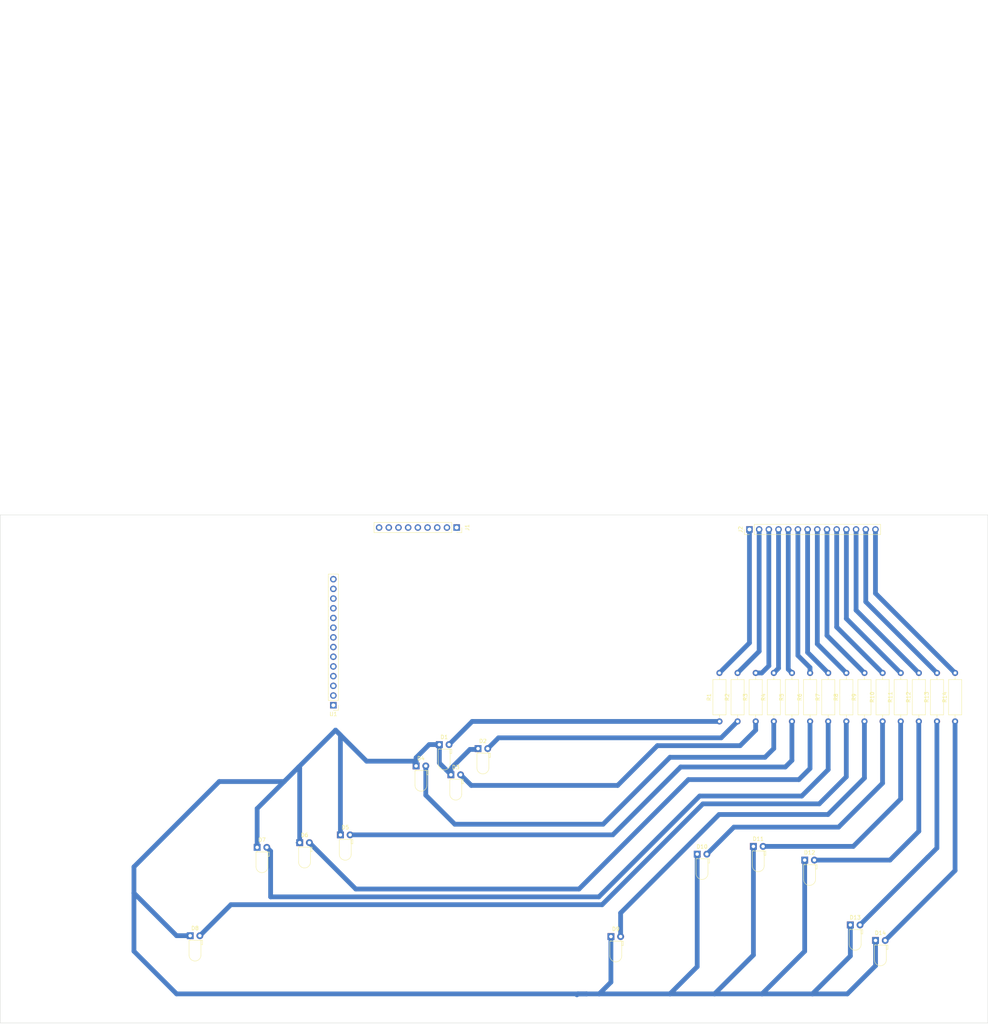
<source format=kicad_pcb>
(kicad_pcb (version 20221018) (generator pcbnew)
  (layers (0 "F.Cu" signal) (31 "B.Cu" signal) (34 "B.Paste" user) (35 "F.Paste" user) (36 "B.SilkS" user "B.Silkscreen") (37 "F.SilkS" user "F.Silkscreen") (38 "B.Mask" user) (39 "F.Mask" user) (44 "Edge.Cuts" user))
  (net 0 "")
  (net 1 "GND")
  (net 2 "Net-(D1-A)")
  (net 3 "Net-(D2-A)")
  (net 4 "Net-(D3-A)")
  (net 5 "Net-(D4-A)")
  (net 6 "Net-(D5-A)")
  (net 7 "Net-(D6-A)")
  (net 8 "Net-(D7-A)")
  (net 9 "Net-(D8-A)")
  (net 10 "Net-(D9-A)")
  (net 11 "Net-(D10-A)")
  (net 12 "Net-(D11-A)")
  (net 13 "Net-(D12-A)")
  (net 14 "Net-(D13-A)")
  (net 15 "Net-(D14-A)")
  (net 16 "Net-(J1-Pin_3)")
  (net 17 "Net-(J1-Pin_4)")
  (net 18 "Net-(J1-Pin_5)")
  (net 19 "Net-(J1-Pin_6)")
  (net 20 "Net-(J1-Pin_7)")
  (net 21 "Net-(J1-Pin_8)")
  (net 22 "Net-(J2-Pin_1)")
  (net 23 "Net-(J2-Pin_2)")
  (net 24 "Net-(J2-Pin_3)")
  (net 25 "Net-(J2-Pin_4)")
  (net 26 "Net-(J2-Pin_5)")
  (net 27 "Net-(J2-Pin_6)")
  (net 28 "Net-(J2-Pin_7)")
  (net 29 "Net-(J2-Pin_8)")
  (net 30 "Net-(J2-Pin_9)")
  (net 31 "Net-(J2-Pin_10)")
  (net 32 "Net-(J2-Pin_11)")
  (net 33 "Net-(J2-Pin_12)")
  (net 34 "Net-(J2-Pin_13)")
  (net 35 "Net-(J2-Pin_14)")
  (net 36 "Net-(J1-Pin_1)")
  (net 38 "Net-(J1-Pin_9)")
  (footprint "Resistor_THT:R_Axial_DIN0309_L9.0mm_D3.2mm_P12.70mm_Horizontal" (layer "F.Cu") (at 236.54 93.47 90)
    (fp_text reference "R7" (at 6.35 -2.72 90) (layer "F.SilkS"))
    (fp_text value "R_US")
    (pad "1" thru_hole circle (at 0 0 90) (size 1.6 1.6) (drill 0.8) (layers "*.Cu" "*.Mask") (net 8 "Net-(D7-A)"))
    (pad "2" thru_hole oval (at 12.7 0 90) (size 1.6 1.6) (drill 0.8) (layers "*.Cu" "*.Mask") (net 28 "Net-(J2-Pin_7)"))
  )
  (footprint "Resistor_THT:R_Axial_DIN0309_L9.0mm_D3.2mm_P12.70mm_Horizontal" (layer "F.Cu") (at 265.04 93.47 90)
    (fp_text reference "R13" (at 6.35 -2.72 90) (layer "F.SilkS"))
    (fp_text value "R_US")
    (pad "1" thru_hole circle (at 0 0 90) (size 1.6 1.6) (drill 0.8) (layers "*.Cu" "*.Mask") (net 14 "Net-(D13-A)"))
    (pad "2" thru_hole oval (at 12.7 0 90) (size 1.6 1.6) (drill 0.8) (layers "*.Cu" "*.Mask") (net 34 "Net-(J2-Pin_13)"))
  )
  (footprint "Resistor_THT:R_Axial_DIN0309_L9.0mm_D3.2mm_P12.70mm_Horizontal" (layer "F.Cu") (at 222.29 93.47 90)
    (fp_text reference "R4" (at 6.35 -2.72 90) (layer "F.SilkS"))
    (fp_text value "R_US")
    (pad "1" thru_hole circle (at 0 0 90) (size 1.6 1.6) (drill 0.8) (layers "*.Cu" "*.Mask") (net 5 "Net-(D4-A)"))
    (pad "2" thru_hole oval (at 12.7 0 90) (size 1.6 1.6) (drill 0.8) (layers "*.Cu" "*.Mask") (net 25 "Net-(J2-Pin_4)"))
  )
  (footprint "LED_THT:LED_D3.0mm_Horizontal_O1.27mm_Z2.0mm" (layer "F.Cu") (at 144.78 100.584)
    (fp_text reference "D2" (at 1.27 -1.96) (layer "F.SilkS"))
    (fp_text value "LED")
    (pad "1" thru_hole rect (at 0 0) (size 1.8 1.8) (drill 0.9) (layers "*.Cu" "*.Mask") (net 1 "GND"))
    (pad "2" thru_hole circle (at 2.54 0) (size 1.8 1.8) (drill 0.9) (layers "*.Cu" "*.Mask") (net 3 "Net-(D2-A)"))
  )
  (footprint "LED_THT:LED_D3.0mm_Horizontal_O1.27mm_Z2.0mm" (layer "F.Cu") (at 248.94 150.845)
    (fp_text reference "D14" (at 1.27 -1.96) (layer "F.SilkS"))
    (fp_text value "LED")
    (pad "1" thru_hole rect (at 0 0) (size 1.8 1.8) (drill 0.9) (layers "*.Cu" "*.Mask") (net 1 "GND"))
    (pad "2" thru_hole circle (at 2.54 0) (size 1.8 1.8) (drill 0.9) (layers "*.Cu" "*.Mask") (net 15 "Net-(D14-A)"))
  )
  (footprint "LED_THT:LED_D3.0mm_Horizontal_O1.27mm_Z2.0mm" (layer "F.Cu") (at 137.668 107.442)
    (fp_text reference "D3" (at 1.27 -1.96) (layer "F.SilkS"))
    (fp_text value "LED")
    (pad "1" thru_hole rect (at 0 0) (size 1.8 1.8) (drill 0.9) (layers "*.Cu" "*.Mask") (net 1 "GND"))
    (pad "2" thru_hole circle (at 2.54 0) (size 1.8 1.8) (drill 0.9) (layers "*.Cu" "*.Mask") (net 4 "Net-(D3-A)"))
  )
  (footprint "Resistor_THT:R_Axial_DIN0309_L9.0mm_D3.2mm_P12.70mm_Horizontal" (layer "F.Cu") (at 269.79 93.47 90)
    (fp_text reference "R14" (at 6.35 -2.72 90) (layer "F.SilkS"))
    (fp_text value "R_US")
    (pad "1" thru_hole circle (at 0 0 90) (size 1.6 1.6) (drill 0.8) (layers "*.Cu" "*.Mask") (net 15 "Net-(D14-A)"))
    (pad "2" thru_hole oval (at 12.7 0 90) (size 1.6 1.6) (drill 0.8) (layers "*.Cu" "*.Mask") (net 35 "Net-(J2-Pin_14)"))
  )
  (footprint "LED_THT:LED_D3.0mm_Horizontal_O1.27mm_Z2.0mm" (layer "F.Cu") (at 86.888 126.461)
    (fp_text reference "D7" (at 1.27 -1.96) (layer "F.SilkS"))
    (fp_text value "LED")
    (pad "1" thru_hole rect (at 0 0) (size 1.8 1.8) (drill 0.9) (layers "*.Cu" "*.Mask") (net 1 "GND"))
    (pad "2" thru_hole circle (at 2.54 0) (size 1.8 1.8) (drill 0.9) (layers "*.Cu" "*.Mask") (net 8 "Net-(D7-A)"))
  )
  (footprint "LED_THT:LED_D3.0mm_Horizontal_O1.27mm_Z2.0mm" (layer "F.Cu") (at 108.712 123.19)
    (fp_text reference "D5" (at 1.27 -1.96) (layer "F.SilkS"))
    (fp_text value "LED")
    (pad "1" thru_hole rect (at 0 0) (size 1.8 1.8) (drill 0.9) (layers "*.Cu" "*.Mask") (net 1 "GND"))
    (pad "2" thru_hole circle (at 2.54 0) (size 1.8 1.8) (drill 0.9) (layers "*.Cu" "*.Mask") (net 6 "Net-(D5-A)"))
  )
  (footprint "LED_THT:LED_D3.0mm_Horizontal_O1.27mm_Z2.0mm" (layer "F.Cu") (at 242.336 146.781)
    (fp_text reference "D13" (at 1.27 -1.96) (layer "F.SilkS"))
    (fp_text value "LED")
    (pad "1" thru_hole rect (at 0 0) (size 1.8 1.8) (drill 0.9) (layers "*.Cu" "*.Mask") (net 1 "GND"))
    (pad "2" thru_hole circle (at 2.54 0) (size 1.8 1.8) (drill 0.9) (layers "*.Cu" "*.Mask") (net 14 "Net-(D13-A)"))
  )
  (footprint "Resistor_THT:R_Axial_DIN0309_L9.0mm_D3.2mm_P12.70mm_Horizontal" (layer "F.Cu") (at 246.04 93.47 90)
    (fp_text reference "R9" (at 6.35 -2.72 90) (layer "F.SilkS"))
    (fp_text value "R_US")
    (pad "1" thru_hole circle (at 0 0 90) (size 1.6 1.6) (drill 0.8) (layers "*.Cu" "*.Mask") (net 10 "Net-(D9-A)"))
    (pad "2" thru_hole oval (at 12.7 0 90) (size 1.6 1.6) (drill 0.8) (layers "*.Cu" "*.Mask") (net 30 "Net-(J2-Pin_9)"))
  )
  (footprint "Connector_PinSocket_2.54mm:PinSocket_1x09_P2.54mm_Vertical" (layer "F.Cu") (at 139.17 42.68 -90)
    (fp_text reference "J1" (at 0 -2.77 90) (layer "F.SilkS"))
    (fp_text value "Conn_01x09_Pin" hide)
    (pad "1" thru_hole rect (at 0 0 270) (size 1.7 1.7) (drill 1) (layers "*.Cu" "*.Mask") (net 36 "Net-(J1-Pin_1)"))
    (pad "2" thru_hole oval (at 0 2.54 270) (size 1.7 1.7) (drill 1) (layers "*.Cu" "*.Mask"))
    (pad "3" thru_hole oval (at 0 5.08 270) (size 1.7 1.7) (drill 1) (layers "*.Cu" "*.Mask") (net 16 "Net-(J1-Pin_3)"))
    (pad "4" thru_hole oval (at 0 7.62 270) (size 1.7 1.7) (drill 1) (layers "*.Cu" "*.Mask") (net 17 "Net-(J1-Pin_4)"))
    (pad "5" thru_hole oval (at 0 10.16 270) (size 1.7 1.7) (drill 1) (layers "*.Cu" "*.Mask") (net 18 "Net-(J1-Pin_5)"))
    (pad "6" thru_hole oval (at 0 12.7 270) (size 1.7 1.7) (drill 1) (layers "*.Cu" "*.Mask") (net 19 "Net-(J1-Pin_6)"))
    (pad "7" thru_hole oval (at 0 15.24 270) (size 1.7 1.7) (drill 1) (layers "*.Cu" "*.Mask") (net 20 "Net-(J1-Pin_7)"))
    (pad "8" thru_hole oval (at 0 17.78 270) (size 1.7 1.7) (drill 1) (layers "*.Cu" "*.Mask") (net 21 "Net-(J1-Pin_8)"))
    (pad "9" thru_hole oval (at 0 20.32 270) (size 1.7 1.7) (drill 1) (layers "*.Cu" "*.Mask") (net 38 "Net-(J1-Pin_9)"))
  )
  (footprint "Resistor_THT:R_Axial_DIN0309_L9.0mm_D3.2mm_P12.70mm_Horizontal" (layer "F.Cu") (at 241.29 93.47 90)
    (fp_text reference "R8" (at 6.35 -2.72 90) (layer "F.SilkS"))
    (fp_text value "R_US")
    (pad "1" thru_hole circle (at 0 0 90) (size 1.6 1.6) (drill 0.8) (layers "*.Cu" "*.Mask") (net 9 "Net-(D8-A)"))
    (pad "2" thru_hole oval (at 12.7 0 90) (size 1.6 1.6) (drill 0.8) (layers "*.Cu" "*.Mask") (net 29 "Net-(J2-Pin_8)"))
  )
  (footprint "Resistor_THT:R_Axial_DIN0309_L9.0mm_D3.2mm_P12.70mm_Horizontal" (layer "F.Cu") (at 255.54 93.47 90)
    (fp_text reference "R11" (at 6.35 -2.72 90) (layer "F.SilkS"))
    (fp_text value "R_US")
    (pad "1" thru_hole circle (at 0 0 90) (size 1.6 1.6) (drill 0.8) (layers "*.Cu" "*.Mask") (net 12 "Net-(D11-A)"))
    (pad "2" thru_hole oval (at 12.7 0 90) (size 1.6 1.6) (drill 0.8) (layers "*.Cu" "*.Mask") (net 32 "Net-(J2-Pin_11)"))
  )
  (footprint "LED_THT:LED_D3.0mm_Horizontal_O1.27mm_Z2.0mm" (layer "F.Cu") (at 202.204 128.239)
    (fp_text reference "D10" (at 1.27 -1.96) (layer "F.SilkS"))
    (fp_text value "LED")
    (pad "1" thru_hole rect (at 0 0) (size 1.8 1.8) (drill 0.9) (layers "*.Cu" "*.Mask") (net 1 "GND"))
    (pad "2" thru_hole circle (at 2.54 0) (size 1.8 1.8) (drill 0.9) (layers "*.Cu" "*.Mask") (net 11 "Net-(D10-A)"))
  )
  (footprint "LED_THT:LED_D3.0mm_Horizontal_O1.27mm_Z2.0mm" (layer "F.Cu") (at 230.378 129.794)
    (fp_text reference "D12" (at 1.27 -1.96) (layer "F.SilkS"))
    (fp_text value "LED")
    (pad "1" thru_hole rect (at 0 0) (size 1.8 1.8) (drill 0.9) (layers "*.Cu" "*.Mask") (net 1 "GND"))
    (pad "2" thru_hole circle (at 2.54 0) (size 1.8 1.8) (drill 0.9) (layers "*.Cu" "*.Mask") (net 13 "Net-(D12-A)"))
  )
  (footprint "LED_THT:LED_D3.0mm_Horizontal_O1.27mm_Z2.0mm" (layer "F.Cu") (at 69.342 149.606)
    (fp_text reference "D8" (at 1.27 -1.96) (layer "F.SilkS"))
    (fp_text value "LED")
    (pad "1" thru_hole rect (at 0 0) (size 1.8 1.8) (drill 0.9) (layers "*.Cu" "*.Mask") (net 1 "GND"))
    (pad "2" thru_hole circle (at 2.54 0) (size 1.8 1.8) (drill 0.9) (layers "*.Cu" "*.Mask") (net 9 "Net-(D8-A)"))
  )
  (footprint "LED_THT:LED_D3.0mm_Horizontal_O1.27mm_Z2.0mm" (layer "F.Cu") (at 134.64 99.537)
    (fp_text reference "D1" (at 1.27 -1.96) (layer "F.SilkS"))
    (fp_text value "LED")
    (pad "1" thru_hole rect (at 0 0) (size 1.8 1.8) (drill 0.9) (layers "*.Cu" "*.Mask") (net 1 "GND"))
    (pad "2" thru_hole circle (at 2.54 0) (size 1.8 1.8) (drill 0.9) (layers "*.Cu" "*.Mask") (net 2 "Net-(D1-A)"))
  )
  (footprint "LED_THT:LED_D3.0mm_Horizontal_O1.27mm_Z2.0mm" (layer "F.Cu") (at 216.936 126.207)
    (fp_text reference "D11" (at 1.27 -1.96) (layer "F.SilkS"))
    (fp_text value "LED")
    (pad "1" thru_hole rect (at 0 0) (size 1.8 1.8) (drill 0.9) (layers "*.Cu" "*.Mask") (net 1 "GND"))
    (pad "2" thru_hole circle (at 2.54 0) (size 1.8 1.8) (drill 0.9) (layers "*.Cu" "*.Mask") (net 12 "Net-(D11-A)"))
  )
  (footprint "Resistor_THT:R_Axial_DIN0309_L9.0mm_D3.2mm_P12.70mm_Horizontal" (layer "F.Cu") (at 250.79 93.47 90)
    (fp_text reference "R10" (at 6.35 -2.72 90) (layer "F.SilkS"))
    (fp_text value "R_US")
    (pad "1" thru_hole circle (at 0 0 90) (size 1.6 1.6) (drill 0.8) (layers "*.Cu" "*.Mask") (net 11 "Net-(D10-A)"))
    (pad "2" thru_hole oval (at 12.7 0 90) (size 1.6 1.6) (drill 0.8) (layers "*.Cu" "*.Mask") (net 31 "Net-(J2-Pin_10)"))
  )
  (footprint "Resistor_THT:R_Axial_DIN0309_L9.0mm_D3.2mm_P12.70mm_Horizontal" (layer "F.Cu") (at 208.04 93.47 90)
    (fp_text reference "R1" (at 6.35 -2.72 90) (layer "F.SilkS"))
    (fp_text value "R_US")
    (pad "1" thru_hole circle (at 0 0 90) (size 1.6 1.6) (drill 0.8) (layers "*.Cu" "*.Mask") (net 2 "Net-(D1-A)"))
    (pad "2" thru_hole oval (at 12.7 0 90) (size 1.6 1.6) (drill 0.8) (layers "*.Cu" "*.Mask") (net 22 "Net-(J2-Pin_1)"))
  )
  (footprint "Resistor_THT:R_Axial_DIN0309_L9.0mm_D3.2mm_P12.70mm_Horizontal" (layer "F.Cu") (at 227.04 93.47 90)
    (fp_text reference "R5" (at 6.35 -2.72 90) (layer "F.SilkS"))
    (fp_text value "R_US")
    (pad "1" thru_hole circle (at 0 0 90) (size 1.6 1.6) (drill 0.8) (layers "*.Cu" "*.Mask") (net 6 "Net-(D5-A)"))
    (pad "2" thru_hole oval (at 12.7 0 90) (size 1.6 1.6) (drill 0.8) (layers "*.Cu" "*.Mask") (net 26 "Net-(J2-Pin_5)"))
  )
  (footprint "Resistor_THT:R_Axial_DIN0309_L9.0mm_D3.2mm_P12.70mm_Horizontal" (layer "F.Cu") (at 231.79 93.47 90)
    (fp_text reference "R6" (at 6.35 -2.72 90) (layer "F.SilkS"))
    (fp_text value "R_US")
    (pad "1" thru_hole circle (at 0 0 90) (size 1.6 1.6) (drill 0.8) (layers "*.Cu" "*.Mask") (net 7 "Net-(D6-A)"))
    (pad "2" thru_hole oval (at 12.7 0 90) (size 1.6 1.6) (drill 0.8) (layers "*.Cu" "*.Mask") (net 27 "Net-(J2-Pin_6)"))
  )
  (footprint "LED_THT:LED_D3.0mm_Horizontal_O1.27mm_Z2.0mm" (layer "F.Cu") (at 98.044 125.222)
    (fp_text reference "D6" (at 1.27 -1.96) (layer "F.SilkS"))
    (fp_text value "LED")
    (pad "1" thru_hole rect (at 0 0) (size 1.8 1.8) (drill 0.9) (layers "*.Cu" "*.Mask") (net 1 "GND"))
    (pad "2" thru_hole circle (at 2.54 0) (size 1.8 1.8) (drill 0.9) (layers "*.Cu" "*.Mask") (net 7 "Net-(D6-A)"))
  )
  (footprint "LED_THT:LED_D3.0mm_Horizontal_O1.27mm_Z2.0mm" (layer "F.Cu") (at 128.544 105.125)
    (fp_text reference "D4" (at 1.27 -1.96) (layer "F.SilkS"))
    (fp_text value "LED")
    (pad "1" thru_hole rect (at 0 0) (size 1.8 1.8) (drill 0.9) (layers "*.Cu" "*.Mask") (net 1 "GND"))
    (pad "2" thru_hole circle (at 2.54 0) (size 1.8 1.8) (drill 0.9) (layers "*.Cu" "*.Mask") (net 5 "Net-(D4-A)"))
  )
  (footprint "Connector_PinHeader_2.54mm:PinHeader_1x14_P2.54mm_Vertical" (layer "F.Cu") (at 215.9 43.18 90)
    (fp_text reference "J2" (at 0 -2.33 90) (layer "F.SilkS"))
    (fp_text value "Conn_01x14_Pin" hide)
    (pad "1" thru_hole rect (at 0 0 90) (size 1.7 1.7) (drill 1) (layers "*.Cu" "*.Mask") (net 22 "Net-(J2-Pin_1)"))
    (pad "2" thru_hole oval (at 0 2.54 90) (size 1.7 1.7) (drill 1) (layers "*.Cu" "*.Mask") (net 23 "Net-(J2-Pin_2)"))
    (pad "3" thru_hole oval (at 0 5.08 90) (size 1.7 1.7) (drill 1) (layers "*.Cu" "*.Mask") (net 24 "Net-(J2-Pin_3)"))
    (pad "4" thru_hole oval (at 0 7.62 90) (size 1.7 1.7) (drill 1) (layers "*.Cu" "*.Mask") (net 25 "Net-(J2-Pin_4)"))
    (pad "5" thru_hole oval (at 0 10.16 90) (size 1.7 1.7) (drill 1) (layers "*.Cu" "*.Mask") (net 26 "Net-(J2-Pin_5)"))
    (pad "6" thru_hole oval (at 0 12.7 90) (size 1.7 1.7) (drill 1) (layers "*.Cu" "*.Mask") (net 27 "Net-(J2-Pin_6)"))
    (pad "7" thru_hole oval (at 0 15.24 90) (size 1.7 1.7) (drill 1) (layers "*.Cu" "*.Mask") (net 28 "Net-(J2-Pin_7)"))
    (pad "8" thru_hole oval (at 0 17.78 90) (size 1.7 1.7) (drill 1) (layers "*.Cu" "*.Mask") (net 29 "Net-(J2-Pin_8)"))
    (pad "9" thru_hole oval (at 0 20.32 90) (size 1.7 1.7) (drill 1) (layers "*.Cu" "*.Mask") (net 30 "Net-(J2-Pin_9)"))
    (pad "10" thru_hole oval (at 0 22.86 90) (size 1.7 1.7) (drill 1) (layers "*.Cu" "*.Mask") (net 31 "Net-(J2-Pin_10)"))
    (pad "11" thru_hole oval (at 0 25.4 90) (size 1.7 1.7) (drill 1) (layers "*.Cu" "*.Mask") (net 32 "Net-(J2-Pin_11)"))
    (pad "12" thru_hole oval (at 0 27.94 90) (size 1.7 1.7) (drill 1) (layers "*.Cu" "*.Mask") (net 33 "Net-(J2-Pin_12)"))
    (pad "13" thru_hole oval (at 0 30.48 90) (size 1.7 1.7) (drill 1) (layers "*.Cu" "*.Mask") (net 34 "Net-(J2-Pin_13)"))
    (pad "14" thru_hole oval (at 0 33.02 90) (size 1.7 1.7) (drill 1) (layers "*.Cu" "*.Mask") (net 35 "Net-(J2-Pin_14)"))
  )
  (footprint "LED_THT:LED_D3.0mm_Horizontal_O1.27mm_Z2.0mm" (layer "F.Cu") (at 179.598 149.829)
    (fp_text reference "D9" (at 1.27 -1.96) (layer "F.SilkS"))
    (fp_text value "LED")
    (pad "1" thru_hole rect (at 0 0) (size 1.8 1.8) (drill 0.9) (layers "*.Cu" "*.Mask") (net 1 "GND"))
    (pad "2" thru_hole circle (at 2.54 0) (size 1.8 1.8) (drill 0.9) (layers "*.Cu" "*.Mask") (net 10 "Net-(D9-A)"))
  )
  (footprint "Resistor_THT:R_Axial_DIN0309_L9.0mm_D3.2mm_P12.70mm_Horizontal" (layer "F.Cu") (at 212.79 93.47 90)
    (fp_text reference "R2" (at 6.35 -2.72 90) (layer "F.SilkS"))
    (fp_text value "R_US")
    (pad "1" thru_hole circle (at 0 0 90) (size 1.6 1.6) (drill 0.8) (layers "*.Cu" "*.Mask") (net 3 "Net-(D2-A)"))
    (pad "2" thru_hole oval (at 12.7 0 90) (size 1.6 1.6) (drill 0.8) (layers "*.Cu" "*.Mask") (net 23 "Net-(J2-Pin_2)"))
  )
  (footprint "Resistor_THT:R_Axial_DIN0309_L9.0mm_D3.2mm_P12.70mm_Horizontal" (layer "F.Cu") (at 217.54 93.47 90)
    (fp_text reference "R3" (at 6.35 -2.72 90) (layer "F.SilkS"))
    (fp_text value "R_US")
    (pad "1" thru_hole circle (at 0 0 90) (size 1.6 1.6) (drill 0.8) (layers "*.Cu" "*.Mask") (net 4 "Net-(D3-A)"))
    (pad "2" thru_hole oval (at 12.7 0 90) (size 1.6 1.6) (drill 0.8) (layers "*.Cu" "*.Mask") (net 24 "Net-(J2-Pin_3)"))
  )
  (footprint "Connector_PinHeader_2.54mm:PinHeader_1x14_P2.54mm_Vertical" (layer "F.Cu") (at 106.86 89.23 180)
    (fp_text reference "U1" (at 0 -2.33) (layer "F.SilkS"))
    (fp_text value "~")
    (pad "1" thru_hole rect (at 0 0 180) (size 1.7 1.7) (drill 1) (layers "*.Cu" "*.Mask") (net 36 "Net-(J1-Pin_1)"))
    (pad "2" thru_hole oval (at 0 2.54 180) (size 1.7 1.7) (drill 1) (layers "*.Cu" "*.Mask") (net 1 "GND"))
    (pad "3" thru_hole oval (at 0 5.08 180) (size 1.7 1.7) (drill 1) (layers "*.Cu" "*.Mask") (net 16 "Net-(J1-Pin_3)"))
    (pad "4" thru_hole oval (at 0 7.62 180) (size 1.7 1.7) (drill 1) (layers "*.Cu" "*.Mask") (net 17 "Net-(J1-Pin_4)"))
    (pad "5" thru_hole oval (at 0 10.16 180) (size 1.7 1.7) (drill 1) (layers "*.Cu" "*.Mask") (net 18 "Net-(J1-Pin_5)"))
    (pad "6" thru_hole oval (at 0 12.7 180) (size 1.7 1.7) (drill 1) (layers "*.Cu" "*.Mask") (net 19 "Net-(J1-Pin_6)"))
    (pad "7" thru_hole oval (at 0 15.24 180) (size 1.7 1.7) (drill 1) (layers "*.Cu" "*.Mask") (net 20 "Net-(J1-Pin_7)"))
    (pad "8" thru_hole oval (at 0 17.78 180) (size 1.7 1.7) (drill 1) (layers "*.Cu" "*.Mask") (net 21 "Net-(J1-Pin_8)"))
    (pad "9" thru_hole oval (at 0 20.32 180) (size 1.7 1.7) (drill 1) (layers "*.Cu" "*.Mask") (net 38 "Net-(J1-Pin_9)"))
    (pad "10" thru_hole oval (at 0 22.86 180) (size 1.7 1.7) (drill 1) (layers "*.Cu" "*.Mask"))
    (pad "11" thru_hole oval (at 0 25.4 180) (size 1.7 1.7) (drill 1) (layers "*.Cu" "*.Mask"))
    (pad "12" thru_hole oval (at 0 27.94 180) (size 1.7 1.7) (drill 1) (layers "*.Cu" "*.Mask"))
    (pad "13" thru_hole oval (at 0 30.48 180) (size 1.7 1.7) (drill 1) (layers "*.Cu" "*.Mask"))
    (pad "14" thru_hole oval (at 0 33.02 180) (size 1.7 1.7) (drill 1) (layers "*.Cu" "*.Mask"))
  )
  (footprint "Resistor_THT:R_Axial_DIN0309_L9.0mm_D3.2mm_P12.70mm_Horizontal" (layer "F.Cu") (at 260.29 93.47 90)
    (fp_text reference "R12" (at 6.35 -2.72 90) (layer "F.SilkS"))
    (fp_text value "R_US")
    (pad "1" thru_hole circle (at 0 0 90) (size 1.6 1.6) (drill 0.8) (layers "*.Cu" "*.Mask") (net 13 "Net-(D12-A)"))
    (pad "2" thru_hole oval (at 12.7 0 90) (size 1.6 1.6) (drill 0.8) (layers "*.Cu" "*.Mask") (net 33 "Net-(J2-Pin_12)"))
  )
  (gr_rect (start 19.558 39.37) (end 278.384 172.466) (stroke (width 0.1)) (fill none) (layer "Edge.Cuts"))
  (segment (start 128.544 105.125) (end 128.544 103.886) (width 1.25) (layer "B.Cu") (net 1))
  (segment (start 202.204 128.239) (end 202.204 157.714) (width 1.25) (layer "B.Cu") (net 1))
  (segment (start 108.712 97.028) (end 107.442 95.758) (width 1.25) (layer "B.Cu") (net 1))
  (segment (start 230.378 153.67) (end 219.202 164.846) (width 1.25) (layer "B.Cu") (net 1))
  (segment (start 202.204 157.714) (end 195.072 164.846) (width 1.25) (layer "B.Cu") (net 1))
  (segment (start 219.202 164.846) (end 206.756 164.846) (width 1.25) (layer "B.Cu") (net 1))
  (segment (start 76.962 109.22) (end 93.98 109.22) (width 1.25) (layer "B.Cu") (net 1))
  (segment (start 86.888 126.461) (end 86.888 116.312) (width 1.25) (layer "B.Cu") (net 1))
  (segment (start 206.756 164.846) (end 195.072 164.846) (width 1.25) (layer "B.Cu") (net 1))
  (segment (start 97.093 125.236) (end 97.556 125.699) (width 0.25) (layer "B.Cu") (net 1))
  (segment (start 115.57 103.886) (end 107.442 95.758) (width 1.25) (layer "B.Cu") (net 1))
  (segment (start 216.936 126.207) (end 216.936 154.666) (width 1.25) (layer "B.Cu") (net 1))
  (segment (start 242.336 154.92) (end 232.41 164.846) (width 1.25) (layer "B.Cu") (net 1))
  (segment (start 93.98 109.22) (end 97.79 105.41) (width 1.25) (layer "B.Cu") (net 1))
  (segment (start 142.65 100.807) (end 137.688 105.769) (width 1.25) (layer "B.Cu") (net 1))
  (segment (start 86.888 116.312) (end 93.98 109.22) (width 1.25) (layer "B.Cu") (net 1))
  (segment (start 144.8 100.807) (end 142.65 100.807) (width 1.25) (layer "B.Cu") (net 1))
  (segment (start 69.342 149.606) (end 65.786 149.606) (width 1.25) (layer "B.Cu") (net 1))
  (segment (start 179.598 149.829) (end 179.598 161.778) (width 1.25) (layer "B.Cu") (net 1))
  (segment (start 54.61 131.572) (end 76.962 109.22) (width 1.25) (layer "B.Cu") (net 1))
  (segment (start 170.942 164.846) (end 170.688 165.1) (width 1.25) (layer "B.Cu") (net 1))
  (segment (start 137.688 107.411) (end 134.64 104.363) (width 1.25) (layer "B.Cu") (net 1))
  (segment (start 232.41 164.846) (end 219.202 164.846) (width 1.25) (layer "B.Cu") (net 1))
  (segment (start 108.712 123.19) (end 108.712 97.028) (width 1.25) (layer "B.Cu") (net 1))
  (segment (start 134.64 104.363) (end 134.64 99.537) (width 1.25) (layer "B.Cu") (net 1))
  (segment (start 131.982 99.537) (end 134.64 99.537) (width 1.25) (layer "B.Cu") (net 1))
  (segment (start 98.044 125.222) (end 98.044 105.664) (width 1.25) (layer "B.Cu") (net 1))
  (segment (start 173.228 164.846) (end 170.942 164.846) (width 1.25) (layer "B.Cu") (net 1))
  (segment (start 65.786 164.846) (end 54.61 153.67) (width 1.25) (layer "B.Cu") (net 1))
  (segment (start 248.94 150.845) (end 248.94 157.46) (width 1.25) (layer "B.Cu") (net 1))
  (segment (start 97.79 105.41) (end 107.442 95.758) (width 1.25) (layer "B.Cu") (net 1))
  (segment (start 195.072 164.846) (end 176.53 164.846) (width 1.25) (layer "B.Cu") (net 1))
  (segment (start 230.378 129.794) (end 230.378 153.67) (width 1.25) (layer "B.Cu") (net 1))
  (segment (start 128.544 103.886) (end 115.57 103.886) (width 1.25) (layer "B.Cu") (net 1))
  (segment (start 216.936 154.666) (end 206.756 164.846) (width 1.25) (layer "B.Cu") (net 1))
  (segment (start 54.61 153.67) (end 54.61 138.43) (width 1.25) (layer "B.Cu") (net 1))
  (segment (start 128.544 103.886) (end 128.544 102.975) (width 1.25) (layer "B.Cu") (net 1))
  (segment (start 241.554 164.846) (end 232.41 164.846) (width 1.25) (layer "B.Cu") (net 1))
  (segment (start 98.044 105.664) (end 97.79 105.41) (width 1.25) (layer "B.Cu") (net 1))
  (segment (start 173.228 164.846) (end 65.786 164.846) (width 1.25) (layer "B.Cu") (net 1))
  (segment (start 248.94 157.46) (end 241.554 164.846) (width 1.25) (layer "B.Cu") (net 1))
  (segment (start 179.598 161.778) (end 176.53 164.846) (width 1.25) (layer "B.Cu") (net 1))
  (segment (start 137.688 105.769) (end 137.688 107.411) (width 1.25) (layer "B.Cu") (net 1))
  (segment (start 242.336 146.781) (end 242.336 154.92) (width 1.25) (layer "B.Cu") (net 1))
  (segment (start 65.786 149.606) (end 54.61 138.43) (width 1.25) (layer "B.Cu") (net 1))
  (segment (start 176.53 164.846) (end 173.228 164.846) (width 1.25) (layer "B.Cu") (net 1))
  (segment (start 128.544 102.975) (end 131.982 99.537) (width 1.25) (layer "B.Cu") (net 1))
  (segment (start 54.61 138.43) (end 54.61 131.572) (width 1.25) (layer "B.Cu") (net 1))
  (segment (start 143.245 93.472) (end 208.026 93.472) (width 1.25) (layer "B.Cu") (net 2))
  (segment (start 137.18 99.537) (end 143.245 93.472) (width 1.25) (layer "B.Cu") (net 2))
  (segment (start 150.132 97.772) (end 208.476 97.772) (width 1.25) (layer "B.Cu") (net 3))
  (segment (start 147.32 100.584) (end 150.132 97.772) (width 1.25) (layer "B.Cu") (net 3))
  (segment (start 208.476 97.772) (end 212.776 93.472) (width 1.25) (layer "B.Cu") (net 3))
  (segment (start 140.208 107.442) (end 143.002 110.236) (width 1.25) (layer "B.Cu") (net 4))
  (segment (start 191.77 99.822) (end 213.462 99.822) (width 1.25) (layer "B.Cu") (net 4))
  (segment (start 181.356 110.236) (end 191.77 99.822) (width 1.25) (layer "B.Cu") (net 4))
  (segment (start 143.002 110.236) (end 181.356 110.236) (width 1.25) (layer "B.Cu") (net 4))
  (segment (start 217.526 95.758) (end 217.526 93.472) (width 1.25) (layer "B.Cu") (net 4))
  (segment (start 213.462 99.822) (end 217.526 95.758) (width 1.25) (layer "B.Cu") (net 4))
  (segment (start 131.084 112.796) (end 138.684 120.396) (width 1.25) (layer "B.Cu") (net 5))
  (segment (start 195.072 102.87) (end 219.964 102.87) (width 1.25) (layer "B.Cu") (net 5))
  (segment (start 138.684 120.396) (end 177.546 120.396) (width 1.25) (layer "B.Cu") (net 5))
  (segment (start 222.276 100.558) (end 222.276 93.472) (width 1.25) (layer "B.Cu") (net 5))
  (segment (start 177.546 120.396) (end 195.072 102.87) (width 1.25) (layer "B.Cu") (net 5))
  (segment (start 131.084 105.125) (end 131.084 112.796) (width 1.25) (layer "B.Cu") (net 5))
  (segment (start 219.964 102.87) (end 222.276 100.558) (width 1.25) (layer "B.Cu") (net 5))
  (segment (start 197.866 105.41) (end 225.298 105.41) (width 1.25) (layer "B.Cu") (net 6))
  (segment (start 111.252 123.19) (end 180.086 123.19) (width 1.25) (layer "B.Cu") (net 6))
  (segment (start 225.298 105.41) (end 227.026 103.682) (width 1.25) (layer "B.Cu") (net 6))
  (segment (start 180.086 123.19) (end 197.866 105.41) (width 1.25) (layer "B.Cu") (net 6))
  (segment (start 227.026 103.682) (end 227.026 93.472) (width 1.25) (layer "B.Cu") (net 6))
  (segment (start 199.898 108.712) (end 228.854 108.712) (width 1.25) (layer "B.Cu") (net 7))
  (segment (start 100.584 125.222) (end 112.74 137.378) (width 1.25) (layer "B.Cu") (net 7))
  (segment (start 231.776 105.79) (end 231.776 93.472) (width 1.25) (layer "B.Cu") (net 7))
  (segment (start 228.854 108.712) (end 231.776 105.79) (width 1.25) (layer "B.Cu") (net 7))
  (segment (start 171.232 137.378) (end 199.898 108.712) (width 1.25) (layer "B.Cu") (net 7))
  (segment (start 112.74 137.378) (end 171.232 137.378) (width 1.25) (layer "B.Cu") (net 7))
  (segment (start 229.616 113.012) (end 236.526 106.102) (width 1.25) (layer "B.Cu") (net 8))
  (segment (start 90.424 139.428) (end 176.442862 139.428) (width 1.25) (layer "B.Cu") (net 8))
  (segment (start 236.526 106.102) (end 236.526 93.472) (width 1.25) (layer "B.Cu") (net 8))
  (segment (start 89.428 126.461) (end 90.424 127.457) (width 1.25) (layer "B.Cu") (net 8))
  (segment (start 176.442862 139.428) (end 202.858862 113.012) (width 1.25) (layer "B.Cu") (net 8))
  (segment (start 202.858862 113.012) (end 229.616 113.012) (width 1.25) (layer "B.Cu") (net 8))
  (segment (start 90.424 127.457) (end 90.424 139.428) (width 1.25) (layer "B.Cu") (net 8))
  (segment (start 71.882 149.606) (end 80.01 141.478) (width 1.25) (layer "B.Cu") (net 9))
  (segment (start 80.01 141.478) (end 177.292 141.478) (width 1.25) (layer "B.Cu") (net 9))
  (segment (start 234.188 115.062) (end 241.276 107.974) (width 1.25) (layer "B.Cu") (net 9))
  (segment (start 203.708 115.062) (end 234.188 115.062) (width 1.25) (layer "B.Cu") (net 9))
  (segment (start 241.276 107.974) (end 241.276 93.472) (width 1.25) (layer "B.Cu") (net 9))
  (segment (start 177.292 141.478) (end 203.708 115.062) (width 1.25) (layer "B.Cu") (net 9))
  (segment (start 236.474 117.856) (end 246.026 108.304) (width 1.25) (layer "B.Cu") (net 10))
  (segment (start 207.937 117.856) (end 236.474 117.856) (width 1.25) (layer "B.Cu") (net 10))
  (segment (start 182.138 149.829) (end 182.138 143.655) (width 1.25) (layer "B.Cu") (net 10))
  (segment (start 246.026 108.304) (end 246.026 93.472) (width 1.25) (layer "B.Cu") (net 10))
  (segment (start 182.138 143.655) (end 207.937 117.856) (width 1.25) (layer "B.Cu") (net 10))
  (segment (start 211.825 121.158) (end 239.268 121.158) (width 1.25) (layer "B.Cu") (net 11))
  (segment (start 239.268 121.158) (end 250.776 109.65) (width 1.25) (layer "B.Cu") (net 11))
  (segment (start 204.744 128.239) (end 211.825 121.158) (width 1.25) (layer "B.Cu") (net 11))
  (segment (start 250.776 109.65) (end 250.776 93.472) (width 1.25) (layer "B.Cu") (net 11))
  (segment (start 219.476 126.207) (end 243.109 126.207) (width 1.25) (layer "B.Cu") (net 12))
  (segment (start 243.109 126.207) (end 255.526 113.79) (width 1.25) (layer "B.Cu") (net 12))
  (segment (start 255.526 113.79) (end 255.526 93.472) (width 1.25) (layer "B.Cu") (net 12))
  (segment (start 252.73 129.794) (end 260.276 122.248) (width 1.25) (layer "B.Cu") (net 13))
  (segment (start 260.276 122.248) (end 260.276 93.472) (width 1.25) (layer "B.Cu") (net 13))
  (segment (start 232.918 129.794) (end 252.73 129.794) (width 1.25) (layer "B.Cu") (net 13))
  (segment (start 262.636 129.032) (end 265.026 126.642) (width 1.25) (layer "B.Cu") (net 14))
  (segment (start 265.026 126.642) (end 265.026 93.472) (width 1.25) (layer "B.Cu") (net 14))
  (segment (start 262.625 129.032) (end 262.636 129.032) (width 1.25) (layer "B.Cu") (net 14))
  (segment (start 244.876 146.781) (end 262.625 129.032) (width 1.25) (layer "B.Cu") (net 14))
  (segment (start 251.48 150.845) (end 269.776 132.549) (width 1.25) (layer "B.Cu") (net 15))
  (segment (start 269.776 132.549) (end 269.776 93.472) (width 1.25) (layer "B.Cu") (net 15))
  (segment (start 215.9 72.898) (end 208.026 80.772) (width 1.25) (layer "B.Cu") (net 22))
  (segment (start 215.9 43.18) (end 215.9 72.898) (width 1.25) (layer "B.Cu") (net 22))
  (segment (start 218.44 75.108) (end 212.776 80.772) (width 1.25) (layer "B.Cu") (net 23))
  (segment (start 218.44 43.18) (end 218.44 75.108) (width 1.25) (layer "B.Cu") (net 23))
  (segment (start 220.98 78.921374) (end 219.129374 80.772) (width 1.25) (layer "B.Cu") (net 24))
  (segment (start 220.98 43.18) (end 220.98 78.921374) (width 1.25) (layer "B.Cu") (net 24))
  (segment (start 219.129374 80.772) (end 217.526 80.772) (width 1.25) (layer "B.Cu") (net 24))
  (segment (start 222.276 80.772) (end 223.52 79.528) (width 1.25) (layer "B.Cu") (net 25))
  (segment (start 223.52 79.528) (end 223.52 43.18) (width 1.25) (layer "B.Cu") (net 25))
  (segment (start 227.026 80.772) (end 226.06 79.806) (width 1.25) (layer "B.Cu") (net 26))
  (segment (start 226.06 79.806) (end 226.06 43.18) (width 1.25) (layer "B.Cu") (net 26))
  (segment (start 228.6 76.2) (end 228.6 43.18) (width 1.25) (layer "B.Cu") (net 27))
  (segment (start 231.776 80.772) (end 231.776 79.376) (width 1.25) (layer "B.Cu") (net 27))
  (segment (start 231.776 79.376) (end 228.6 76.2) (width 1.25) (layer "B.Cu") (net 27))
  (segment (start 231.14 75.386) (end 236.526 80.772) (width 1.25) (layer "B.Cu") (net 28))
  (segment (start 231.14 43.18) (end 231.14 75.386) (width 1.25) (layer "B.Cu") (net 28))
  (segment (start 233.68 43.18) (end 233.68 73.176) (width 1.25) (layer "B.Cu") (net 29))
  (segment (start 233.68 73.176) (end 241.276 80.772) (width 1.25) (layer "B.Cu") (net 29))
  (segment (start 236.22 70.966) (end 246.026 80.772) (width 1.25) (layer "B.Cu") (net 30))
  (segment (start 236.22 43.18) (end 236.22 70.966) (width 1.25) (layer "B.Cu") (net 30))
  (segment (start 238.76 68.756) (end 250.776 80.772) (width 1.25) (layer "B.Cu") (net 31))
  (segment (start 238.76 43.18) (end 238.76 68.756) (width 1.25) (layer "B.Cu") (net 31))
  (segment (start 241.3 43.18) (end 241.3 66.546) (width 1.25) (layer "B.Cu") (net 32))
  (segment (start 241.3 66.546) (end 255.526 80.772) (width 1.25) (layer "B.Cu") (net 32))
  (segment (start 243.84 64.336) (end 260.276 80.772) (width 1.25) (layer "B.Cu") (net 33))
  (segment (start 243.84 43.18) (end 243.84 64.336) (width 1.25) (layer "B.Cu") (net 33))
  (segment (start 246.38 43.18) (end 246.38 62.126) (width 1.25) (layer "B.Cu") (net 34))
  (segment (start 246.38 62.126) (end 265.026 80.772) (width 1.25) (layer "B.Cu") (net 34))
  (segment (start 248.92 43.18) (end 248.92 59.916) (width 1.25) (layer "B.Cu") (net 35))
  (segment (start 248.92 59.916) (end 269.776 80.772) (width 1.25) (layer "B.Cu") (net 35))
)
</source>
